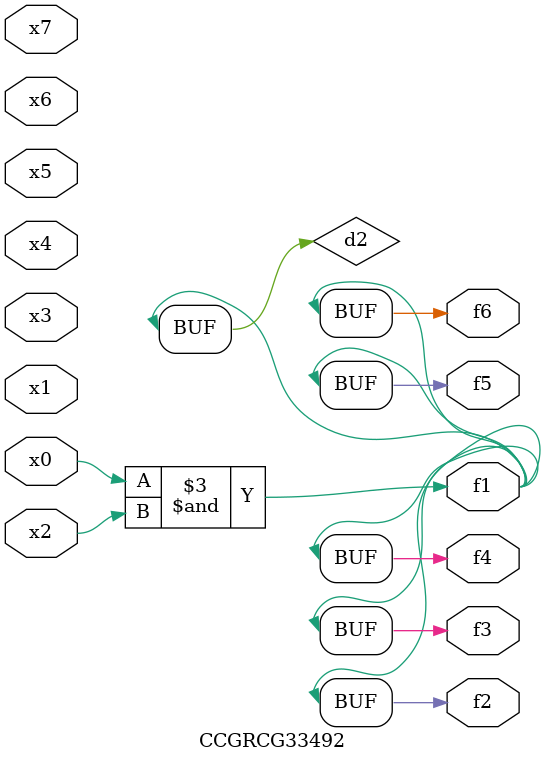
<source format=v>
module CCGRCG33492(
	input x0, x1, x2, x3, x4, x5, x6, x7,
	output f1, f2, f3, f4, f5, f6
);

	wire d1, d2;

	nor (d1, x3, x6);
	and (d2, x0, x2);
	assign f1 = d2;
	assign f2 = d2;
	assign f3 = d2;
	assign f4 = d2;
	assign f5 = d2;
	assign f6 = d2;
endmodule

</source>
